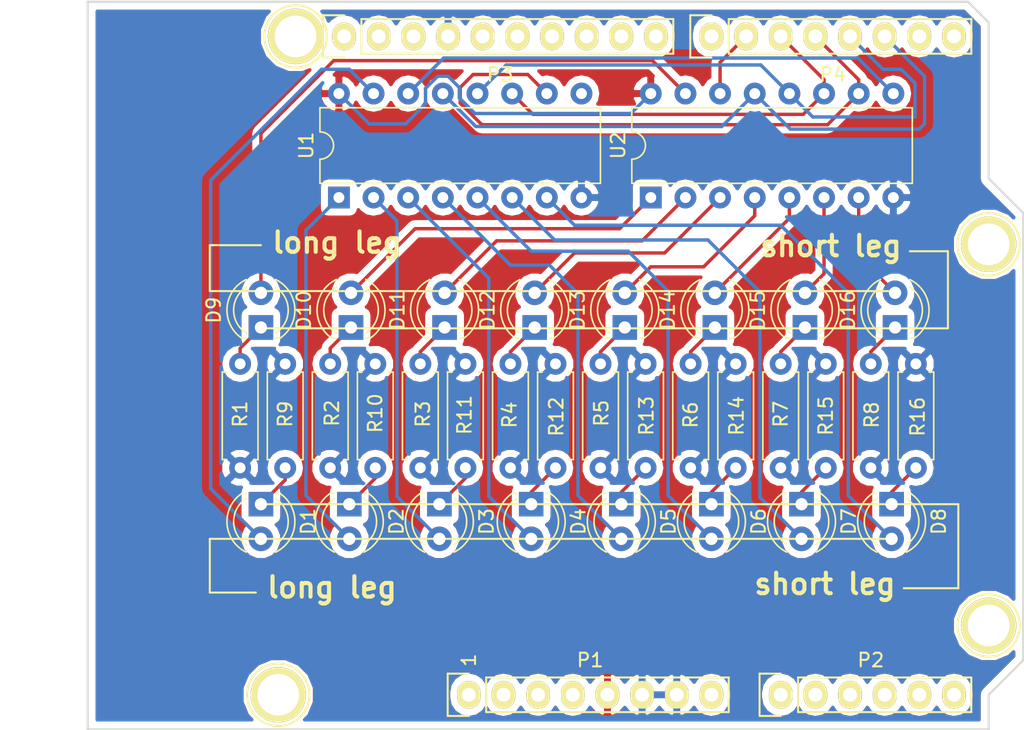
<source format=kicad_pcb>
(kicad_pcb (version 20171130) (host pcbnew "(5.1.12)-1")
  (title_block (title "ELEC-0122 shift register LED demo PCB") (date 2017-02-14) (rev 2) (company Marginallyclever.com) (comment 1 "Dan Royer (dan@marginallyclever.com)"))
  (layers (0 F.Cu signal) (31 B.Cu signal) (34 B.Paste user) (35 F.Paste user) (36 B.SilkS user) (37 F.SilkS user) (38 B.Mask user) (39 F.Mask user) (44 Edge.Cuts user))
  (net 0 "")
  (net 1 /IOREF)
  (net 2 /Reset)
  (net 3 +5V)
  (net 4 GND)
  (net 5 /Vin)
  (net 6 /A0)
  (net 7 /A1)
  (net 8 /A2)
  (net 9 /A3)
  (net 10 /AREF)
  (net 11 "/A4(SDA)")
  (net 12 "/A5(SCL)")
  (net 13 "/9(**)")
  (net 14 /8)
  (net 15 /7)
  (net 16 "/6(**)")
  (net 17 "/5(**)")
  (net 18 /4)
  (net 19 "/3(**)")
  (net 20 /2)
  (net 21 "/1(Tx)")
  (net 22 "/0(Rx)")
  (net 23 "Net-(P5-Pad1)")
  (net 24 "Net-(P6-Pad1)")
  (net 25 "Net-(P7-Pad1)")
  (net 26 "Net-(P8-Pad1)")
  (net 27 "/13(SCK)")
  (net 28 "/10(**/SS)")
  (net 29 "Net-(P1-Pad1)")
  (net 30 +3V3)
  (net 31 "/12(MISO)")
  (net 32 "/11(**/MOSI)")
  (net 33 "Net-(D1-Pad1)")
  (net 34 "Net-(D1-Pad2)")
  (net 35 "Net-(D2-Pad1)")
  (net 36 "Net-(D2-Pad2)")
  (net 37 "Net-(D3-Pad1)")
  (net 38 "Net-(D3-Pad2)")
  (net 39 "Net-(D4-Pad1)")
  (net 40 "Net-(D4-Pad2)")
  (net 41 "Net-(D5-Pad1)")
  (net 42 "Net-(D5-Pad2)")
  (net 43 "Net-(D6-Pad1)")
  (net 44 "Net-(D6-Pad2)")
  (net 45 "Net-(D7-Pad1)")
  (net 46 "Net-(D7-Pad2)")
  (net 47 "Net-(D8-Pad1)")
  (net 48 "Net-(D8-Pad2)")
  (net 49 "/A5_2(SCL)")
  (net 50 "/A4_2(SDA)")
  (net 51 "Net-(U1-Pad9)")
  (net 52 "Net-(D9-Pad1)")
  (net 53 "Net-(D9-Pad2)")
  (net 54 "Net-(D10-Pad1)")
  (net 55 "Net-(D10-Pad2)")
  (net 56 "Net-(D11-Pad1)")
  (net 57 "Net-(D11-Pad2)")
  (net 58 "Net-(D12-Pad1)")
  (net 59 "Net-(D12-Pad2)")
  (net 60 "Net-(D13-Pad1)")
  (net 61 "Net-(D13-Pad2)")
  (net 62 "Net-(D14-Pad1)")
  (net 63 "Net-(D14-Pad2)")
  (net 64 "Net-(D15-Pad1)")
  (net 65 "Net-(D15-Pad2)")
  (net 66 "Net-(D16-Pad1)")
  (net 67 "Net-(D16-Pad2)")
  (net 68 "Net-(U1-Pad14)")
  (module LEDs:LED_D4.0mm (layer F.Cu) (at 150.368 96.901 90)
    (fp_text reference D13 (at 1.27 -3.46 90) (layer F.SilkS))
    (fp_text value LED)
    (pad 1 thru_hole rect (at 0 0 90) (size 1.8 1.8) (drill 0.9) (layers *.Cu *.Mask) (net 41 "Net-(D5-Pad1)"))
    (pad 2 thru_hole circle (at 2.54 0 90) (size 1.8 1.8) (drill 0.9) (layers *.Cu *.Mask) (net 42 "Net-(D5-Pad2)"))
  )
  (module LEDs:LED_D4.0mm (layer F.Cu) (at 123.698 109.855 270)
    (fp_text reference D1 (at 1.27 -3.46 270) (layer F.SilkS))
    (fp_text value LED)
    (pad 1 thru_hole rect (at 0 0 270) (size 1.8 1.8) (drill 0.9) (layers *.Cu *.Mask) (net 52 "Net-(D9-Pad1)"))
    (pad 2 thru_hole circle (at 2.54 0 270) (size 1.8 1.8) (drill 0.9) (layers *.Cu *.Mask) (net 53 "Net-(D9-Pad2)"))
  )
  (module Housings_DIP:DIP-16_W7.62mm (layer F.Cu) (at 129.413 87.376 90)
    (fp_text reference U1 (at 3.81 -2.39 90) (layer F.SilkS))
    (fp_text value 74HC595)
    (pad 1 thru_hole rect (at 0 0 90) (size 1.6 1.6) (drill 0.8) (layers *.Cu *.Mask) (net 55 "Net-(D10-Pad2)"))
    (pad 9 thru_hole oval (at 7.62 17.78 90) (size 1.6 1.6) (drill 0.8) (layers *.Cu *.Mask) (net 51 "Net-(U1-Pad9)"))
    (pad 2 thru_hole oval (at 0 2.54 90) (size 1.6 1.6) (drill 0.8) (layers *.Cu *.Mask) (net 57 "Net-(D11-Pad2)"))
    (pad 10 thru_hole oval (at 7.62 15.24 90) (size 1.6 1.6) (drill 0.8) (layers *.Cu *.Mask) (net 18 /4))
    (pad 3 thru_hole oval (at 0 5.08 90) (size 1.6 1.6) (drill 0.8) (layers *.Cu *.Mask) (net 59 "Net-(D12-Pad2)"))
    (pad 11 thru_hole oval (at 7.62 12.7 90) (size 1.6 1.6) (drill 0.8) (layers *.Cu *.Mask) (net 17 "/5(**)"))
    (pad 4 thru_hole oval (at 0 7.62 90) (size 1.6 1.6) (drill 0.8) (layers *.Cu *.Mask) (net 61 "Net-(D13-Pad2)"))
    (pad 12 thru_hole oval (at 7.62 10.16 90) (size 1.6 1.6) (drill 0.8) (layers *.Cu *.Mask) (net 19 "/3(**)"))
    (pad 5 thru_hole oval (at 0 10.16 90) (size 1.6 1.6) (drill 0.8) (layers *.Cu *.Mask) (net 63 "Net-(D14-Pad2)"))
    (pad 13 thru_hole oval (at 7.62 7.62 90) (size 1.6 1.6) (drill 0.8) (layers *.Cu *.Mask) (net 20 /2))
    (pad 6 thru_hole oval (at 0 12.7 90) (size 1.6 1.6) (drill 0.8) (layers *.Cu *.Mask) (net 65 "Net-(D15-Pad2)"))
    (pad 14 thru_hole oval (at 7.62 5.08 90) (size 1.6 1.6) (drill 0.8) (layers *.Cu *.Mask) (net 68 "Net-(U1-Pad14)"))
    (pad 7 thru_hole oval (at 0 15.24 90) (size 1.6 1.6) (drill 0.8) (layers *.Cu *.Mask) (net 67 "Net-(D16-Pad2)"))
    (pad 15 thru_hole oval (at 7.62 2.54 90) (size 1.6 1.6) (drill 0.8) (layers *.Cu *.Mask) (net 53 "Net-(D9-Pad2)"))
    (pad 8 thru_hole oval (at 0 17.78 90) (size 1.6 1.6) (drill 0.8) (layers *.Cu *.Mask) (net 4 GND))
    (pad 16 thru_hole oval (at 7.62 0 90) (size 1.6 1.6) (drill 0.8) (layers *.Cu *.Mask) (net 3 +5V))
  )
  (module Resistors_ThroughHole:R_Axial_DIN0207_L6.3mm_D2.5mm_P7.62mm_Horizontal (layer F.Cu) (at 122.174 107.188 90)
    (fp_text reference R1 (at 3.937 0 90) (layer F.SilkS))
    (fp_text value 220)
    (pad 1 thru_hole circle (at 0 0 90) (size 1.6 1.6) (drill 0.8) (layers *.Cu *.Mask) (net 4 GND))
    (pad 2 thru_hole oval (at 7.62 0 90) (size 1.6 1.6) (drill 0.8) (layers *.Cu *.Mask) (net 33 "Net-(D1-Pad1)"))
  )
  (module Socket_Arduino_Uno:Socket_Strip_Arduino_1x08 (layer F.Cu) (at 138.938 123.825)
    (fp_text reference P1 (at 8.89 -2.54) (layer F.SilkS))
    (fp_text value Power)
    (pad 1 thru_hole oval (at 0 0) (size 1.7272 2.032) (drill 1.016) (layers *.Cu *.Mask F.SilkS) (net 29 "Net-(P1-Pad1)"))
    (pad 2 thru_hole oval (at 2.54 0) (size 1.7272 2.032) (drill 1.016) (layers *.Cu *.Mask F.SilkS) (net 1 /IOREF))
    (pad 3 thru_hole oval (at 5.08 0) (size 1.7272 2.032) (drill 1.016) (layers *.Cu *.Mask F.SilkS) (net 2 /Reset))
    (pad 4 thru_hole oval (at 7.62 0) (size 1.7272 2.032) (drill 1.016) (layers *.Cu *.Mask F.SilkS) (net 30 +3V3))
    (pad 5 thru_hole oval (at 10.16 0) (size 1.7272 2.032) (drill 1.016) (layers *.Cu *.Mask F.SilkS) (net 3 +5V))
    (pad 6 thru_hole oval (at 12.7 0) (size 1.7272 2.032) (drill 1.016) (layers *.Cu *.Mask F.SilkS) (net 4 GND))
    (pad 7 thru_hole oval (at 15.24 0) (size 1.7272 2.032) (drill 1.016) (layers *.Cu *.Mask F.SilkS) (net 4 GND))
    (pad 8 thru_hole oval (at 17.78 0) (size 1.7272 2.032) (drill 1.016) (layers *.Cu *.Mask F.SilkS) (net 5 /Vin))
  )
  (module Socket_Arduino_Uno:Socket_Strip_Arduino_1x06 (layer F.Cu) (at 161.798 123.825)
    (fp_text reference P2 (at 6.604 -2.54) (layer F.SilkS))
    (fp_text value Analog)
    (pad 1 thru_hole oval (at 0 0) (size 1.7272 2.032) (drill 1.016) (layers *.Cu *.Mask F.SilkS) (net 6 /A0))
    (pad 2 thru_hole oval (at 2.54 0) (size 1.7272 2.032) (drill 1.016) (layers *.Cu *.Mask F.SilkS) (net 7 /A1))
    (pad 3 thru_hole oval (at 5.08 0) (size 1.7272 2.032) (drill 1.016) (layers *.Cu *.Mask F.SilkS) (net 8 /A2))
    (pad 4 thru_hole oval (at 7.62 0) (size 1.7272 2.032) (drill 1.016) (layers *.Cu *.Mask F.SilkS) (net 9 /A3))
    (pad 5 thru_hole oval (at 10.16 0) (size 1.7272 2.032) (drill 1.016) (layers *.Cu *.Mask F.SilkS) (net 11 "/A4(SDA)"))
    (pad 6 thru_hole oval (at 12.7 0) (size 1.7272 2.032) (drill 1.016) (layers *.Cu *.Mask F.SilkS) (net 12 "/A5(SCL)"))
  )
  (module Socket_Arduino_Uno:Socket_Strip_Arduino_1x10 (layer F.Cu) (at 129.794 75.565)
    (fp_text reference P3 (at 11.43 2.794) (layer F.SilkS))
    (fp_text value Digital)
    (pad 1 thru_hole oval (at 0 0) (size 1.7272 2.032) (drill 1.016) (layers *.Cu *.Mask F.SilkS) (net 49 "/A5_2(SCL)"))
    (pad 2 thru_hole oval (at 2.54 0) (size 1.7272 2.032) (drill 1.016) (layers *.Cu *.Mask F.SilkS) (net 50 "/A4_2(SDA)"))
    (pad 3 thru_hole oval (at 5.08 0) (size 1.7272 2.032) (drill 1.016) (layers *.Cu *.Mask F.SilkS) (net 10 /AREF))
    (pad 4 thru_hole oval (at 7.62 0) (size 1.7272 2.032) (drill 1.016) (layers *.Cu *.Mask F.SilkS) (net 4 GND))
    (pad 5 thru_hole oval (at 10.16 0) (size 1.7272 2.032) (drill 1.016) (layers *.Cu *.Mask F.SilkS) (net 27 "/13(SCK)"))
    (pad 6 thru_hole oval (at 12.7 0) (size 1.7272 2.032) (drill 1.016) (layers *.Cu *.Mask F.SilkS) (net 31 "/12(MISO)"))
    (pad 7 thru_hole oval (at 15.24 0) (size 1.7272 2.032) (drill 1.016) (layers *.Cu *.Mask F.SilkS) (net 32 "/11(**/MOSI)"))
    (pad 8 thru_hole oval (at 17.78 0) (size 1.7272 2.032) (drill 1.016) (layers *.Cu *.Mask F.SilkS) (net 28 "/10(**/SS)"))
    (pad 9 thru_hole oval (at 20.32 0) (size 1.7272 2.032) (drill 1.016) (layers *.Cu *.Mask F.SilkS) (net 13 "/9(**)"))
    (pad 10 thru_hole oval (at 22.86 0) (size 1.7272 2.032) (drill 1.016) (layers *.Cu *.Mask F.SilkS) (net 14 /8))
  )
  (module Socket_Arduino_Uno:Socket_Strip_Arduino_1x08 (layer F.Cu) (at 156.718 75.565)
    (fp_text reference P4 (at 8.89 2.794) (layer F.SilkS))
    (fp_text value Digital)
    (pad 1 thru_hole oval (at 0 0) (size 1.7272 2.032) (drill 1.016) (layers *.Cu *.Mask F.SilkS) (net 15 /7))
    (pad 2 thru_hole oval (at 2.54 0) (size 1.7272 2.032) (drill 1.016) (layers *.Cu *.Mask F.SilkS) (net 16 "/6(**)"))
    (pad 3 thru_hole oval (at 5.08 0) (size 1.7272 2.032) (drill 1.016) (layers *.Cu *.Mask F.SilkS) (net 17 "/5(**)"))
    (pad 4 thru_hole oval (at 7.62 0) (size 1.7272 2.032) (drill 1.016) (layers *.Cu *.Mask F.SilkS) (net 18 /4))
    (pad 5 thru_hole oval (at 10.16 0) (size 1.7272 2.032) (drill 1.016) (layers *.Cu *.Mask F.SilkS) (net 19 "/3(**)"))
    (pad 6 thru_hole oval (at 12.7 0) (size 1.7272 2.032) (drill 1.016) (layers *.Cu *.Mask F.SilkS) (net 20 /2))
    (pad 7 thru_hole oval (at 15.24 0) (size 1.7272 2.032) (drill 1.016) (layers *.Cu *.Mask F.SilkS) (net 21 "/1(Tx)"))
    (pad 8 thru_hole oval (at 17.78 0) (size 1.7272 2.032) (drill 1.016) (layers *.Cu *.Mask F.SilkS) (net 22 "/0(Rx)"))
  )
  (module Socket_Arduino_Uno:Arduino_1pin (layer F.Cu) (at 124.968 123.825)
    (fp_text reference P5 hide)
    (fp_text value CONN_1 hide)
    (pad 1 thru_hole circle (at 0 0) (size 4.064 4.064) (drill 3.048) (layers *.Cu *.Mask F.SilkS) (net 23 "Net-(P5-Pad1)"))
  )
  (module Socket_Arduino_Uno:Arduino_1pin (layer F.Cu) (at 177.038 118.745)
    (fp_text reference P6 hide)
    (fp_text value CONN_1 hide)
    (pad 1 thru_hole circle (at 0 0) (size 4.064 4.064) (drill 3.048) (layers *.Cu *.Mask F.SilkS) (net 24 "Net-(P6-Pad1)"))
  )
  (module Socket_Arduino_Uno:Arduino_1pin (layer F.Cu) (at 126.238 75.565)
    (fp_text reference P7 hide)
    (fp_text value CONN_1 hide)
    (pad 1 thru_hole circle (at 0 0) (size 4.064 4.064) (drill 3.048) (layers *.Cu *.Mask F.SilkS) (net 25 "Net-(P7-Pad1)"))
  )
  (module Socket_Arduino_Uno:Arduino_1pin (layer F.Cu) (at 177.038 90.805)
    (fp_text reference P8 hide)
    (fp_text value CONN_1 hide)
    (pad 1 thru_hole circle (at 0 0) (size 4.064 4.064) (drill 3.048) (layers *.Cu *.Mask F.SilkS) (net 26 "Net-(P8-Pad1)"))
  )
  (module LEDs:LED_D4.0mm (layer F.Cu) (at 123.698 96.901 90)
    (fp_text reference D9 (at 1.27 -3.46 90) (layer F.SilkS))
    (fp_text value LED)
    (pad 1 thru_hole rect (at 0 0 90) (size 1.8 1.8) (drill 0.9) (layers *.Cu *.Mask) (net 33 "Net-(D1-Pad1)"))
    (pad 2 thru_hole circle (at 2.54 0 90) (size 1.8 1.8) (drill 0.9) (layers *.Cu *.Mask) (net 34 "Net-(D1-Pad2)"))
  )
  (module LEDs:LED_D4.0mm (layer F.Cu) (at 130.302 96.901 90)
    (fp_text reference D10 (at 1.27 -3.46 90) (layer F.SilkS))
    (fp_text value LED)
    (pad 1 thru_hole rect (at 0 0 90) (size 1.8 1.8) (drill 0.9) (layers *.Cu *.Mask) (net 35 "Net-(D2-Pad1)"))
    (pad 2 thru_hole circle (at 2.54 0 90) (size 1.8 1.8) (drill 0.9) (layers *.Cu *.Mask) (net 36 "Net-(D2-Pad2)"))
  )
  (module LEDs:LED_D4.0mm (layer F.Cu) (at 137.16 96.901 90)
    (fp_text reference D11 (at 1.27 -3.46 90) (layer F.SilkS))
    (fp_text value LED)
    (pad 1 thru_hole rect (at 0 0 90) (size 1.8 1.8) (drill 0.9) (layers *.Cu *.Mask) (net 37 "Net-(D3-Pad1)"))
    (pad 2 thru_hole circle (at 2.54 0 90) (size 1.8 1.8) (drill 0.9) (layers *.Cu *.Mask) (net 38 "Net-(D3-Pad2)"))
  )
  (module LEDs:LED_D4.0mm (layer F.Cu) (at 143.764 96.901 90)
    (fp_text reference D12 (at 1.27 -3.46 90) (layer F.SilkS))
    (fp_text value LED)
    (pad 1 thru_hole rect (at 0 0 90) (size 1.8 1.8) (drill 0.9) (layers *.Cu *.Mask) (net 39 "Net-(D4-Pad1)"))
    (pad 2 thru_hole circle (at 2.54 0 90) (size 1.8 1.8) (drill 0.9) (layers *.Cu *.Mask) (net 40 "Net-(D4-Pad2)"))
  )
  (module LEDs:LED_D4.0mm (layer F.Cu) (at 156.972 96.901 90)
    (fp_text reference D14 (at 1.27 -3.46 90) (layer F.SilkS))
    (fp_text value LED)
    (pad 1 thru_hole rect (at 0 0 90) (size 1.8 1.8) (drill 0.9) (layers *.Cu *.Mask) (net 43 "Net-(D6-Pad1)"))
    (pad 2 thru_hole circle (at 2.54 0 90) (size 1.8 1.8) (drill 0.9) (layers *.Cu *.Mask) (net 44 "Net-(D6-Pad2)"))
  )
  (module LEDs:LED_D4.0mm (layer F.Cu) (at 163.576 96.901 90)
    (fp_text reference D15 (at 1.27 -3.46 90) (layer F.SilkS))
    (fp_text value LED)
    (pad 1 thru_hole rect (at 0 0 90) (size 1.8 1.8) (drill 0.9) (layers *.Cu *.Mask) (net 45 "Net-(D7-Pad1)"))
    (pad 2 thru_hole circle (at 2.54 0 90) (size 1.8 1.8) (drill 0.9) (layers *.Cu *.Mask) (net 46 "Net-(D7-Pad2)"))
  )
  (module LEDs:LED_D4.0mm (layer F.Cu) (at 170.18 96.901 90)
    (fp_text reference D16 (at 1.27 -3.46 90) (layer F.SilkS))
    (fp_text value LED)
    (pad 1 thru_hole rect (at 0 0 90) (size 1.8 1.8) (drill 0.9) (layers *.Cu *.Mask) (net 47 "Net-(D8-Pad1)"))
    (pad 2 thru_hole circle (at 2.54 0 90) (size 1.8 1.8) (drill 0.9) (layers *.Cu *.Mask) (net 48 "Net-(D8-Pad2)"))
  )
  (module Resistors_ThroughHole:R_Axial_DIN0207_L6.3mm_D2.5mm_P7.62mm_Horizontal (layer F.Cu) (at 128.778 107.188 90)
    (fp_text reference R2 (at 4.0005 0.127 90) (layer F.SilkS))
    (fp_text value 220)
    (pad 1 thru_hole circle (at 0 0 90) (size 1.6 1.6) (drill 0.8) (layers *.Cu *.Mask) (net 4 GND))
    (pad 2 thru_hole oval (at 7.62 0 90) (size 1.6 1.6) (drill 0.8) (layers *.Cu *.Mask) (net 35 "Net-(D2-Pad1)"))
  )
  (module Resistors_ThroughHole:R_Axial_DIN0207_L6.3mm_D2.5mm_P7.62mm_Horizontal (layer F.Cu) (at 135.382 107.188 90)
    (fp_text reference R3 (at 3.937 0.1905 90) (layer F.SilkS))
    (fp_text value 220)
    (pad 1 thru_hole circle (at 0 0 90) (size 1.6 1.6) (drill 0.8) (layers *.Cu *.Mask) (net 4 GND))
    (pad 2 thru_hole oval (at 7.62 0 90) (size 1.6 1.6) (drill 0.8) (layers *.Cu *.Mask) (net 37 "Net-(D3-Pad1)"))
  )
  (module Resistors_ThroughHole:R_Axial_DIN0207_L6.3mm_D2.5mm_P7.62mm_Horizontal (layer F.Cu) (at 141.986 107.188 90)
    (fp_text reference R4 (at 3.8735 -0.0635 90) (layer F.SilkS))
    (fp_text value 220)
    (pad 1 thru_hole circle (at 0 0 90) (size 1.6 1.6) (drill 0.8) (layers *.Cu *.Mask) (net 4 GND))
    (pad 2 thru_hole oval (at 7.62 0 90) (size 1.6 1.6) (drill 0.8) (layers *.Cu *.Mask) (net 39 "Net-(D4-Pad1)"))
  )
  (module Resistors_ThroughHole:R_Axial_DIN0207_L6.3mm_D2.5mm_P7.62mm_Horizontal (layer F.Cu) (at 148.59 107.188 90)
    (fp_text reference R5 (at 4.0005 0.0635 90) (layer F.SilkS))
    (fp_text value 220)
    (pad 1 thru_hole circle (at 0 0 90) (size 1.6 1.6) (drill 0.8) (layers *.Cu *.Mask) (net 4 GND))
    (pad 2 thru_hole oval (at 7.62 0 90) (size 1.6 1.6) (drill 0.8) (layers *.Cu *.Mask) (net 41 "Net-(D5-Pad1)"))
  )
  (module Resistors_ThroughHole:R_Axial_DIN0207_L6.3mm_D2.5mm_P7.62mm_Horizontal (layer F.Cu) (at 155.194 107.188 90)
    (fp_text reference R6 (at 3.8735 0 90) (layer F.SilkS))
    (fp_text value 220)
    (pad 1 thru_hole circle (at 0 0 90) (size 1.6 1.6) (drill 0.8) (layers *.Cu *.Mask) (net 4 GND))
    (pad 2 thru_hole oval (at 7.62 0 90) (size 1.6 1.6) (drill 0.8) (layers *.Cu *.Mask) (net 43 "Net-(D6-Pad1)"))
  )
  (module Resistors_ThroughHole:R_Axial_DIN0207_L6.3mm_D2.5mm_P7.62mm_Horizontal (layer F.Cu) (at 161.798 107.188 90)
    (fp_text reference R7 (at 3.937 0 90) (layer F.SilkS))
    (fp_text value 220)
    (pad 1 thru_hole circle (at 0 0 90) (size 1.6 1.6) (drill 0.8) (layers *.Cu *.Mask) (net 4 GND))
    (pad 2 thru_hole oval (at 7.62 0 90) (size 1.6 1.6) (drill 0.8) (layers *.Cu *.Mask) (net 45 "Net-(D7-Pad1)"))
  )
  (module Resistors_ThroughHole:R_Axial_DIN0207_L6.3mm_D2.5mm_P7.62mm_Horizontal (layer F.Cu) (at 168.402 107.188 90)
    (fp_text reference R8 (at 3.8735 0.0635 90) (layer F.SilkS))
    (fp_text value 220)
    (pad 1 thru_hole circle (at 0 0 90) (size 1.6 1.6) (drill 0.8) (layers *.Cu *.Mask) (net 4 GND))
    (pad 2 thru_hole oval (at 7.62 0 90) (size 1.6 1.6) (drill 0.8) (layers *.Cu *.Mask) (net 47 "Net-(D8-Pad1)"))
  )
  (module LEDs:LED_D4.0mm (layer F.Cu) (at 130.175 109.855 270)
    (fp_text reference D2 (at 1.27 -3.46 270) (layer F.SilkS))
    (fp_text value LED)
    (pad 1 thru_hole rect (at 0 0 270) (size 1.8 1.8) (drill 0.9) (layers *.Cu *.Mask) (net 54 "Net-(D10-Pad1)"))
    (pad 2 thru_hole circle (at 2.54 0 270) (size 1.8 1.8) (drill 0.9) (layers *.Cu *.Mask) (net 55 "Net-(D10-Pad2)"))
  )
  (module LEDs:LED_D4.0mm (layer F.Cu) (at 136.779 109.855 270)
    (fp_text reference D3 (at 1.27 -3.46 270) (layer F.SilkS))
    (fp_text value LED)
    (pad 1 thru_hole rect (at 0 0 270) (size 1.8 1.8) (drill 0.9) (layers *.Cu *.Mask) (net 56 "Net-(D11-Pad1)"))
    (pad 2 thru_hole circle (at 2.54 0 270) (size 1.8 1.8) (drill 0.9) (layers *.Cu *.Mask) (net 57 "Net-(D11-Pad2)"))
  )
  (module LEDs:LED_D4.0mm (layer F.Cu) (at 143.51 109.855 270)
    (fp_text reference D4 (at 1.27 -3.46 270) (layer F.SilkS))
    (fp_text value LED)
    (pad 1 thru_hole rect (at 0 0 270) (size 1.8 1.8) (drill 0.9) (layers *.Cu *.Mask) (net 58 "Net-(D12-Pad1)"))
    (pad 2 thru_hole circle (at 2.54 0 270) (size 1.8 1.8) (drill 0.9) (layers *.Cu *.Mask) (net 59 "Net-(D12-Pad2)"))
  )
  (module LEDs:LED_D4.0mm (layer F.Cu) (at 150.114 109.855 270)
    (fp_text reference D5 (at 1.27 -3.46 270) (layer F.SilkS))
    (fp_text value LED)
    (pad 1 thru_hole rect (at 0 0 270) (size 1.8 1.8) (drill 0.9) (layers *.Cu *.Mask) (net 60 "Net-(D13-Pad1)"))
    (pad 2 thru_hole circle (at 2.54 0 270) (size 1.8 1.8) (drill 0.9) (layers *.Cu *.Mask) (net 61 "Net-(D13-Pad2)"))
  )
  (module LEDs:LED_D4.0mm (layer F.Cu) (at 156.718 109.855 270)
    (fp_text reference D6 (at 1.27 -3.46 270) (layer F.SilkS))
    (fp_text value LED)
    (pad 1 thru_hole rect (at 0 0 270) (size 1.8 1.8) (drill 0.9) (layers *.Cu *.Mask) (net 62 "Net-(D14-Pad1)"))
    (pad 2 thru_hole circle (at 2.54 0 270) (size 1.8 1.8) (drill 0.9) (layers *.Cu *.Mask) (net 63 "Net-(D14-Pad2)"))
  )
  (module LEDs:LED_D4.0mm (layer F.Cu) (at 163.322 109.855 270)
    (fp_text reference D7 (at 1.27 -3.46 270) (layer F.SilkS))
    (fp_text value LED)
    (pad 1 thru_hole rect (at 0 0 270) (size 1.8 1.8) (drill 0.9) (layers *.Cu *.Mask) (net 64 "Net-(D15-Pad1)"))
    (pad 2 thru_hole circle (at 2.54 0 270) (size 1.8 1.8) (drill 0.9) (layers *.Cu *.Mask) (net 65 "Net-(D15-Pad2)"))
  )
  (module LEDs:LED_D4.0mm (layer F.Cu) (at 169.926 109.855 270)
    (fp_text reference D8 (at 1.27 -3.46 270) (layer F.SilkS))
    (fp_text value LED)
    (pad 1 thru_hole rect (at 0 0 270) (size 1.8 1.8) (drill 0.9) (layers *.Cu *.Mask) (net 66 "Net-(D16-Pad1)"))
    (pad 2 thru_hole circle (at 2.54 0 270) (size 1.8 1.8) (drill 0.9) (layers *.Cu *.Mask) (net 67 "Net-(D16-Pad2)"))
  )
  (module Resistors_ThroughHole:R_Axial_DIN0207_L6.3mm_D2.5mm_P7.62mm_Horizontal (layer F.Cu) (at 125.476 99.568 270)
    (fp_text reference R9 (at 3.683 0 270) (layer F.SilkS))
    (fp_text value 220)
    (pad 1 thru_hole circle (at 0 0 270) (size 1.6 1.6) (drill 0.8) (layers *.Cu *.Mask) (net 4 GND))
    (pad 2 thru_hole oval (at 7.62 0 270) (size 1.6 1.6) (drill 0.8) (layers *.Cu *.Mask) (net 52 "Net-(D9-Pad1)"))
  )
  (module Resistors_ThroughHole:R_Axial_DIN0207_L6.3mm_D2.5mm_P7.62mm_Horizontal (layer F.Cu) (at 132.08 99.568 270)
    (fp_text reference R10 (at 3.6195 0 270) (layer F.SilkS))
    (fp_text value 220)
    (pad 1 thru_hole circle (at 0 0 270) (size 1.6 1.6) (drill 0.8) (layers *.Cu *.Mask) (net 4 GND))
    (pad 2 thru_hole oval (at 7.62 0 270) (size 1.6 1.6) (drill 0.8) (layers *.Cu *.Mask) (net 54 "Net-(D10-Pad1)"))
  )
  (module Resistors_ThroughHole:R_Axial_DIN0207_L6.3mm_D2.5mm_P7.62mm_Horizontal (layer F.Cu) (at 138.684 99.568 270)
    (fp_text reference R11 (at 3.7465 0.0635 270) (layer F.SilkS))
    (fp_text value 220)
    (pad 1 thru_hole circle (at 0 0 270) (size 1.6 1.6) (drill 0.8) (layers *.Cu *.Mask) (net 4 GND))
    (pad 2 thru_hole oval (at 7.62 0 270) (size 1.6 1.6) (drill 0.8) (layers *.Cu *.Mask) (net 56 "Net-(D11-Pad1)"))
  )
  (module Resistors_ThroughHole:R_Axial_DIN0207_L6.3mm_D2.5mm_P7.62mm_Horizontal (layer F.Cu) (at 145.288 99.568 270)
    (fp_text reference R12 (at 3.8735 -0.0635 270) (layer F.SilkS))
    (fp_text value 220)
    (pad 1 thru_hole circle (at 0 0 270) (size 1.6 1.6) (drill 0.8) (layers *.Cu *.Mask) (net 4 GND))
    (pad 2 thru_hole oval (at 7.62 0 270) (size 1.6 1.6) (drill 0.8) (layers *.Cu *.Mask) (net 58 "Net-(D12-Pad1)"))
  )
  (module Resistors_ThroughHole:R_Axial_DIN0207_L6.3mm_D2.5mm_P7.62mm_Horizontal (layer F.Cu) (at 151.892 99.568 270)
    (fp_text reference R13 (at 3.81 -0.0635 270) (layer F.SilkS))
    (fp_text value 220)
    (pad 1 thru_hole circle (at 0 0 270) (size 1.6 1.6) (drill 0.8) (layers *.Cu *.Mask) (net 4 GND))
    (pad 2 thru_hole oval (at 7.62 0 270) (size 1.6 1.6) (drill 0.8) (layers *.Cu *.Mask) (net 60 "Net-(D13-Pad1)"))
  )
  (module Resistors_ThroughHole:R_Axial_DIN0207_L6.3mm_D2.5mm_P7.62mm_Horizontal (layer F.Cu) (at 158.496 99.568 270)
    (fp_text reference R14 (at 3.81 -0.0635 270) (layer F.SilkS))
    (fp_text value 220)
    (pad 1 thru_hole circle (at 0 0 270) (size 1.6 1.6) (drill 0.8) (layers *.Cu *.Mask) (net 4 GND))
    (pad 2 thru_hole oval (at 7.62 0 270) (size 1.6 1.6) (drill 0.8) (layers *.Cu *.Mask) (net 62 "Net-(D14-Pad1)"))
  )
  (module Resistors_ThroughHole:R_Axial_DIN0207_L6.3mm_D2.5mm_P7.62mm_Horizontal (layer F.Cu) (at 165.1 99.568 270)
    (fp_text reference R15 (at 3.81 0 270) (layer F.SilkS))
    (fp_text value 220)
    (pad 1 thru_hole circle (at 0 0 270) (size 1.6 1.6) (drill 0.8) (layers *.Cu *.Mask) (net 4 GND))
    (pad 2 thru_hole oval (at 7.62 0 270) (size 1.6 1.6) (drill 0.8) (layers *.Cu *.Mask) (net 64 "Net-(D15-Pad1)"))
  )
  (module Resistors_ThroughHole:R_Axial_DIN0207_L6.3mm_D2.5mm_P7.62mm_Horizontal (layer F.Cu) (at 171.704 99.568 270)
    (fp_text reference R16 (at 3.8735 -0.127 270) (layer F.SilkS))
    (fp_text value 220)
    (pad 1 thru_hole circle (at 0 0 270) (size 1.6 1.6) (drill 0.8) (layers *.Cu *.Mask) (net 4 GND))
    (pad 2 thru_hole oval (at 7.62 0 270) (size 1.6 1.6) (drill 0.8) (layers *.Cu *.Mask) (net 66 "Net-(D16-Pad1)"))
  )
  (module Housings_DIP:DIP-16_W7.62mm (layer F.Cu) (at 152.273 87.376 90)
    (fp_text reference U2 (at 3.81 -2.39 90) (layer F.SilkS))
    (fp_text value 74HC595)
    (pad 1 thru_hole rect (at 0 0 90) (size 1.6 1.6) (drill 0.8) (layers *.Cu *.Mask) (net 36 "Net-(D2-Pad2)"))
    (pad 9 thru_hole oval (at 7.62 17.78 90) (size 1.6 1.6) (drill 0.8) (layers *.Cu *.Mask) (net 68 "Net-(U1-Pad14)"))
    (pad 2 thru_hole oval (at 0 2.54 90) (size 1.6 1.6) (drill 0.8) (layers *.Cu *.Mask) (net 38 "Net-(D3-Pad2)"))
    (pad 10 thru_hole oval (at 7.62 15.24 90) (size 1.6 1.6) (drill 0.8) (layers *.Cu *.Mask) (net 18 /4))
    (pad 3 thru_hole oval (at 0 5.08 90) (size 1.6 1.6) (drill 0.8) (layers *.Cu *.Mask) (net 40 "Net-(D4-Pad2)"))
    (pad 11 thru_hole oval (at 7.62 12.7 90) (size 1.6 1.6) (drill 0.8) (layers *.Cu *.Mask) (net 17 "/5(**)"))
    (pad 4 thru_hole oval (at 0 7.62 90) (size 1.6 1.6) (drill 0.8) (layers *.Cu *.Mask) (net 42 "Net-(D5-Pad2)"))
    (pad 12 thru_hole oval (at 7.62 10.16 90) (size 1.6 1.6) (drill 0.8) (layers *.Cu *.Mask) (net 19 "/3(**)"))
    (pad 5 thru_hole oval (at 0 10.16 90) (size 1.6 1.6) (drill 0.8) (layers *.Cu *.Mask) (net 44 "Net-(D6-Pad2)"))
    (pad 13 thru_hole oval (at 7.62 7.62 90) (size 1.6 1.6) (drill 0.8) (layers *.Cu *.Mask) (net 20 /2))
    (pad 6 thru_hole oval (at 0 12.7 90) (size 1.6 1.6) (drill 0.8) (layers *.Cu *.Mask) (net 46 "Net-(D7-Pad2)"))
    (pad 14 thru_hole oval (at 7.62 5.08 90) (size 1.6 1.6) (drill 0.8) (layers *.Cu *.Mask) (net 16 "/6(**)"))
    (pad 7 thru_hole oval (at 0 15.24 90) (size 1.6 1.6) (drill 0.8) (layers *.Cu *.Mask) (net 48 "Net-(D8-Pad2)"))
    (pad 15 thru_hole oval (at 7.62 2.54 90) (size 1.6 1.6) (drill 0.8) (layers *.Cu *.Mask) (net 34 "Net-(D1-Pad2)"))
    (pad 8 thru_hole oval (at 0 17.78 90) (size 1.6 1.6) (drill 0.8) (layers *.Cu *.Mask) (net 4 GND))
    (pad 16 thru_hole oval (at 7.62 0 90) (size 1.6 1.6) (drill 0.8) (layers *.Cu *.Mask) (net 3 +5V))
  )
  (gr_line (start 174.0535 91.313) (end 171.2595 91.313) (angle 90) (layer F.SilkS) (width 0.15))
  (gr_line (start 174.0535 96.9645) (end 174.0535 91.313) (angle 90) (layer F.SilkS) (width 0.15))
  (gr_line (start 123.6345 96.9645) (end 174.0535 96.9645) (angle 90) (layer F.SilkS) (width 0.15))
  (gr_line (start 119.9515 90.8685) (end 123.698 90.8685) (angle 90) (layer F.SilkS) (width 0.15))
  (gr_line (start 119.9515 94.234) (end 119.9515 90.8685) (angle 90) (layer F.SilkS) (width 0.15))
  (gr_line (start 170.18 94.234) (end 119.9515 94.234) (angle 90) (layer F.SilkS) (width 0.15))
  (gr_text "short leg" (at 165.481 90.932) (layer F.SilkS) (effects (font (size 1.5 1.5) (thickness 0.3))))
  (gr_text "long leg" (at 129.286 90.678) (layer F.SilkS) (effects (font (size 1.5 1.5) (thickness 0.3))))
  (gr_text "short leg" (at 165.0365 115.697) (layer F.SilkS) (effects (font (size 1.5 1.5) (thickness 0.3))))
  (gr_line (start 174.8155 116.0145) (end 170.815 116.0145) (angle 90) (layer F.SilkS) (width 0.15))
  (gr_line (start 174.8155 109.855) (end 174.8155 116.0145) (angle 90) (layer F.SilkS) (width 0.15))
  (gr_line (start 123.6345 109.855) (end 174.8155 109.855) (angle 90) (layer F.SilkS) (width 0.15))
  (gr_text "long leg" (at 128.905 115.951) (layer F.SilkS) (effects (font (size 1.5 1.5) (thickness 0.3))))
  (gr_line (start 123.317 116.332) (end 123.2535 116.332) (angle 90) (layer F.SilkS) (width 0.15))
  (gr_line (start 119.9515 116.332) (end 123.317 116.332) (angle 90) (layer F.SilkS) (width 0.15))
  (gr_line (start 119.9515 112.395) (end 119.9515 116.332) (angle 90) (layer F.SilkS) (width 0.15))
  (gr_line (start 169.8625 112.395) (end 119.9515 112.395) (angle 90) (layer F.SilkS) (width 0.15))
  (gr_text 1 (at 138.938 121.285 90) (layer F.SilkS) (effects (font (size 1 1))))
  (gr_line (start 177.038 74.549) (end 175.514 73.025) (angle 90) (layer Edge.Cuts) (width 0.15))
  (gr_line (start 177.038 85.979) (end 177.038 74.549) (angle 90) (layer Edge.Cuts) (width 0.15))
  (gr_line (start 179.578 88.519) (end 177.038 85.979) (angle 90) (layer Edge.Cuts) (width 0.15))
  (gr_line (start 179.578 121.285) (end 179.578 88.519) (angle 90) (layer Edge.Cuts) (width 0.15))
  (gr_line (start 177.038 123.825) (end 179.578 121.285) (angle 90) (layer Edge.Cuts) (width 0.15))
  (gr_line (start 177.038 126.365) (end 177.038 123.825) (angle 90) (layer Edge.Cuts) (width 0.15))
  (gr_line (start 110.998 126.365) (end 177.038 126.365) (angle 90) (layer Edge.Cuts) (width 0.15))
  (gr_line (start 110.998 73.025) (end 110.998 126.365) (angle 90) (layer Edge.Cuts) (width 0.15))
  (gr_line (start 175.514 73.025) (end 110.998 73.025) (angle 90) (layer Edge.Cuts) (width 0.15))
  (segment (start 129.413 79.756) (end 131.6355 81.9785) (width 0.25) (layer B.Cu) (net 3))
  (segment (start 150.8125 81.2165) (end 152.273 79.756) (width 0.25) (layer B.Cu) (net 3))
  (segment (start 139.3825 81.2165) (end 150.8125 81.2165) (width 0.25) (layer B.Cu) (net 3))
  (segment (start 138.2395 80.0735) (end 139.3825 81.2165) (width 0.25) (layer B.Cu) (net 3))
  (segment (start 138.2395 79.3115) (end 138.2395 80.0735) (width 0.25) (layer B.Cu) (net 3))
  (segment (start 137.414 78.486) (end 138.2395 79.3115) (width 0.25) (layer B.Cu) (net 3))
  (segment (start 136.652 78.486) (end 137.414 78.486) (width 0.25) (layer B.Cu) (net 3))
  (segment (start 135.763 79.375) (end 136.652 78.486) (width 0.25) (layer B.Cu) (net 3))
  (segment (start 135.763 80.518) (end 135.763 79.375) (width 0.25) (layer B.Cu) (net 3))
  (segment (start 134.3025 81.9785) (end 135.763 80.518) (width 0.25) (layer B.Cu) (net 3))
  (segment (start 131.6355 81.9785) (end 134.3025 81.9785) (width 0.25) (layer B.Cu) (net 3))
  (segment (start 159.258 75.565) (end 157.353 77.47) (width 0.25) (layer F.Cu) (net 16))
  (segment (start 157.353 77.47) (end 157.353 79.756) (width 0.25) (layer F.Cu) (net 16))
  (segment (start 142.113 79.756) (end 143.637 81.28) (width 0.25) (layer F.Cu) (net 17))
  (segment (start 163.449 81.28) (end 164.973 79.756) (width 0.25) (layer F.Cu) (net 17))
  (segment (start 143.637 81.28) (end 163.449 81.28) (width 0.25) (layer F.Cu) (net 17))
  (segment (start 161.798 75.565) (end 164.973 78.74) (width 0.25) (layer F.Cu) (net 17))
  (segment (start 164.973 78.74) (end 164.973 79.756) (width 0.25) (layer F.Cu) (net 17))
  (segment (start 144.653 79.756) (end 143.256 78.359) (width 0.25) (layer F.Cu) (net 18))
  (segment (start 165.227 82.042) (end 167.513 79.756) (width 0.25) (layer F.Cu) (net 18))
  (segment (start 139.8905 82.042) (end 165.227 82.042) (width 0.25) (layer F.Cu) (net 18))
  (segment (start 138.303 80.4545) (end 139.8905 82.042) (width 0.25) (layer F.Cu) (net 18))
  (segment (start 138.303 79.3115) (end 138.303 80.4545) (width 0.25) (layer F.Cu) (net 18))
  (segment (start 139.2555 78.359) (end 138.303 79.3115) (width 0.25) (layer F.Cu) (net 18))
  (segment (start 143.256 78.359) (end 139.2555 78.359) (width 0.25) (layer F.Cu) (net 18))
  (segment (start 167.513 79.756) (end 167.513 79.8195) (width 0.25) (layer F.Cu) (net 18))
  (segment (start 164.338 75.565) (end 167.513 78.74) (width 0.25) (layer F.Cu) (net 18))
  (segment (start 167.513 78.74) (end 167.513 79.756) (width 0.25) (layer F.Cu) (net 18))
  (segment (start 162.433 79.756) (end 160.3375 77.6605) (width 0.25) (layer B.Cu) (net 19))
  (segment (start 141.6685 77.6605) (end 139.573 79.756) (width 0.25) (layer B.Cu) (net 19))
  (segment (start 160.3375 77.6605) (end 141.6685 77.6605) (width 0.25) (layer B.Cu) (net 19))
  (segment (start 162.433 79.756) (end 164.1475 81.4705) (width 0.25) (layer B.Cu) (net 19))
  (segment (start 169.291 77.978) (end 166.878 75.565) (width 0.25) (layer B.Cu) (net 19))
  (segment (start 170.6245 77.978) (end 169.291 77.978) (width 0.25) (layer B.Cu) (net 19))
  (segment (start 171.6405 78.994) (end 170.6245 77.978) (width 0.25) (layer B.Cu) (net 19))
  (segment (start 171.6405 81.4705) (end 171.6405 78.994) (width 0.25) (layer B.Cu) (net 19))
  (segment (start 164.1475 81.4705) (end 171.6405 81.4705) (width 0.25) (layer B.Cu) (net 19))
  (segment (start 159.893 79.756) (end 157.48 82.169) (width 0.25) (layer B.Cu) (net 20))
  (segment (start 139.446 82.169) (end 137.033 79.756) (width 0.25) (layer B.Cu) (net 20))
  (segment (start 157.48 82.169) (end 139.446 82.169) (width 0.25) (layer B.Cu) (net 20))
  (segment (start 169.418 75.565) (end 172.339 78.486) (width 0.25) (layer B.Cu) (net 20))
  (segment (start 162.4965 82.3595) (end 159.893 79.756) (width 0.25) (layer B.Cu) (net 20))
  (segment (start 171.958 82.3595) (end 162.4965 82.3595) (width 0.25) (layer B.Cu) (net 20))
  (segment (start 172.339 81.9785) (end 171.958 82.3595) (width 0.25) (layer B.Cu) (net 20))
  (segment (start 172.339 78.486) (end 172.339 81.9785) (width 0.25) (layer B.Cu) (net 20))
  (segment (start 123.698 96.901) (end 122.174 98.425) (width 0.25) (layer F.Cu) (net 33))
  (segment (start 122.174 98.425) (end 122.174 99.568) (width 0.25) (layer F.Cu) (net 33))
  (segment (start 154.813 79.756) (end 152.4 77.343) (width 0.25) (layer F.Cu) (net 34))
  (segment (start 123.698 82.677) (end 123.698 94.361) (width 0.25) (layer F.Cu) (net 34))
  (segment (start 129.032 77.343) (end 123.698 82.677) (width 0.25) (layer F.Cu) (net 34))
  (segment (start 152.4 77.343) (end 129.032 77.343) (width 0.25) (layer F.Cu) (net 34))
  (segment (start 130.302 96.901) (end 128.778 98.425) (width 0.25) (layer F.Cu) (net 35))
  (segment (start 128.778 98.425) (end 128.778 99.568) (width 0.25) (layer F.Cu) (net 35))
  (segment (start 152.273 87.376) (end 149.987 89.662) (width 0.25) (layer F.Cu) (net 36))
  (segment (start 135.001 89.662) (end 130.302 94.361) (width 0.25) (layer F.Cu) (net 36))
  (segment (start 149.987 89.662) (end 135.001 89.662) (width 0.25) (layer F.Cu) (net 36))
  (segment (start 137.16 96.901) (end 135.382 98.679) (width 0.25) (layer F.Cu) (net 37))
  (segment (start 135.382 98.679) (end 135.382 99.568) (width 0.25) (layer F.Cu) (net 37))
  (segment (start 154.813 87.376) (end 151.638 90.551) (width 0.25) (layer F.Cu) (net 38))
  (segment (start 140.97 90.551) (end 137.16 94.361) (width 0.25) (layer F.Cu) (net 38))
  (segment (start 151.638 90.551) (end 140.97 90.551) (width 0.25) (layer F.Cu) (net 38))
  (segment (start 143.764 96.901) (end 141.986 98.679) (width 0.25) (layer F.Cu) (net 39))
  (segment (start 141.986 98.679) (end 141.986 99.568) (width 0.25) (layer F.Cu) (net 39))
  (segment (start 157.353 87.376) (end 153.289 91.44) (width 0.25) (layer F.Cu) (net 40))
  (segment (start 146.685 91.44) (end 143.764 94.361) (width 0.25) (layer F.Cu) (net 40))
  (segment (start 153.289 91.44) (end 146.685 91.44) (width 0.25) (layer F.Cu) (net 40))
  (segment (start 150.368 96.901) (end 148.59 98.679) (width 0.25) (layer F.Cu) (net 41))
  (segment (start 148.59 98.679) (end 148.59 99.568) (width 0.25) (layer F.Cu) (net 41))
  (segment (start 159.893 87.376) (end 159.893 88.7095) (width 0.25) (layer F.Cu) (net 42))
  (segment (start 152.273 92.456) (end 150.368 94.361) (width 0.25) (layer F.Cu) (net 42))
  (segment (start 156.1465 92.456) (end 152.273 92.456) (width 0.25) (layer F.Cu) (net 42))
  (segment (start 159.893 88.7095) (end 156.1465 92.456) (width 0.25) (layer F.Cu) (net 42))
  (segment (start 159.893 87.376) (end 159.3215 87.376) (width 0.25) (layer B.Cu) (net 42))
  (segment (start 156.972 96.901) (end 155.194 98.679) (width 0.25) (layer F.Cu) (net 43))
  (segment (start 155.194 98.679) (end 155.194 99.568) (width 0.25) (layer F.Cu) (net 43))
  (segment (start 162.433 87.376) (end 162.433 88.9) (width 0.25) (layer F.Cu) (net 44))
  (segment (start 162.433 88.9) (end 156.972 94.361) (width 0.25) (layer F.Cu) (net 44))
  (segment (start 162.433 87.376) (end 162.433 87.884) (width 0.25) (layer B.Cu) (net 44))
  (segment (start 162.433 87.884) (end 162.052 87.884) (width 0.25) (layer B.Cu) (net 44))
  (segment (start 163.576 96.901) (end 161.798 98.679) (width 0.25) (layer F.Cu) (net 45))
  (segment (start 161.798 98.679) (end 161.798 99.568) (width 0.25) (layer F.Cu) (net 45))
  (segment (start 164.973 87.376) (end 164.973 92.964) (width 0.25) (layer F.Cu) (net 46))
  (segment (start 164.973 92.964) (end 163.576 94.361) (width 0.25) (layer F.Cu) (net 46))
  (segment (start 170.18 96.901) (end 168.402 98.679) (width 0.25) (layer F.Cu) (net 47))
  (segment (start 168.402 98.679) (end 168.402 99.568) (width 0.25) (layer F.Cu) (net 47))
  (segment (start 167.513 87.376) (end 167.513 91.694) (width 0.25) (layer F.Cu) (net 48))
  (segment (start 167.513 91.694) (end 170.18 94.361) (width 0.25) (layer F.Cu) (net 48))
  (segment (start 167.513 87.376) (end 167.0685 87.8205) (width 0.25) (layer B.Cu) (net 48))
  (segment (start 125.476 107.188) (end 125.476 108.077) (width 0.25) (layer F.Cu) (net 52))
  (segment (start 125.476 108.077) (end 123.698 109.855) (width 0.25) (layer F.Cu) (net 52))
  (segment (start 131.953 79.756) (end 130.175 77.978) (width 0.25) (layer B.Cu) (net 53))
  (segment (start 120.015 108.712) (end 123.698 112.395) (width 0.25) (layer B.Cu) (net 53))
  (segment (start 120.015 86.106) (end 120.015 108.712) (width 0.25) (layer B.Cu) (net 53))
  (segment (start 128.143 77.978) (end 120.015 86.106) (width 0.25) (layer B.Cu) (net 53))
  (segment (start 130.175 77.978) (end 128.143 77.978) (width 0.25) (layer B.Cu) (net 53))
  (segment (start 132.08 107.188) (end 132.08 107.95) (width 0.25) (layer F.Cu) (net 54))
  (segment (start 132.08 107.95) (end 130.175 109.855) (width 0.25) (layer F.Cu) (net 54))
  (segment (start 129.413 87.376) (end 127 89.789) (width 0.25) (layer B.Cu) (net 55))
  (segment (start 127 109.22) (end 130.175 112.395) (width 0.25) (layer B.Cu) (net 55))
  (segment (start 127 89.789) (end 127 109.22) (width 0.25) (layer B.Cu) (net 55))
  (segment (start 138.684 107.188) (end 138.684 107.95) (width 0.25) (layer F.Cu) (net 56))
  (segment (start 138.684 107.95) (end 136.779 109.855) (width 0.25) (layer F.Cu) (net 56))
  (segment (start 131.953 87.376) (end 133.6675 89.0905) (width 0.25) (layer B.Cu) (net 57))
  (segment (start 133.6675 109.2835) (end 136.779 112.395) (width 0.25) (layer B.Cu) (net 57))
  (segment (start 133.6675 89.0905) (end 133.6675 109.2835) (width 0.25) (layer B.Cu) (net 57))
  (segment (start 145.288 107.188) (end 143.51 108.966) (width 0.25) (layer F.Cu) (net 58))
  (segment (start 143.51 108.966) (end 143.51 109.855) (width 0.25) (layer F.Cu) (net 58))
  (segment (start 134.493 87.376) (end 140.3985 93.2815) (width 0.25) (layer B.Cu) (net 59))
  (segment (start 140.3985 109.2835) (end 143.51 112.395) (width 0.25) (layer B.Cu) (net 59))
  (segment (start 140.3985 93.2815) (end 140.3985 109.2835) (width 0.25) (layer B.Cu) (net 59))
  (segment (start 151.892 107.188) (end 150.114 108.966) (width 0.25) (layer F.Cu) (net 60))
  (segment (start 150.114 108.966) (end 150.114 109.855) (width 0.25) (layer F.Cu) (net 60))
  (segment (start 137.033 87.376) (end 141.986 92.329) (width 0.25) (layer B.Cu) (net 61))
  (segment (start 146.939 109.22) (end 150.114 112.395) (width 0.25) (layer B.Cu) (net 61))
  (segment (start 146.939 94.4245) (end 146.939 109.22) (width 0.25) (layer B.Cu) (net 61))
  (segment (start 144.8435 92.329) (end 146.939 94.4245) (width 0.25) (layer B.Cu) (net 61))
  (segment (start 141.986 92.329) (end 144.8435 92.329) (width 0.25) (layer B.Cu) (net 61))
  (segment (start 158.496 107.188) (end 156.718 108.966) (width 0.25) (layer F.Cu) (net 62))
  (segment (start 156.718 108.966) (end 156.718 109.855) (width 0.25) (layer F.Cu) (net 62))
  (segment (start 139.573 87.376) (end 143.51 91.313) (width 0.25) (layer B.Cu) (net 63))
  (segment (start 153.543 109.22) (end 156.718 112.395) (width 0.25) (layer B.Cu) (net 63))
  (segment (start 153.543 94.234) (end 153.543 109.22) (width 0.25) (layer B.Cu) (net 63))
  (segment (start 150.622 91.313) (end 153.543 94.234) (width 0.25) (layer B.Cu) (net 63))
  (segment (start 143.51 91.313) (end 150.622 91.313) (width 0.25) (layer B.Cu) (net 63))
  (segment (start 165.1 107.188) (end 163.322 108.966) (width 0.25) (layer F.Cu) (net 64))
  (segment (start 163.322 108.966) (end 163.322 109.855) (width 0.25) (layer F.Cu) (net 64))
  (segment (start 142.113 87.376) (end 145.2245 90.4875) (width 0.25) (layer B.Cu) (net 65))
  (segment (start 160.274 109.347) (end 163.322 112.395) (width 0.25) (layer B.Cu) (net 65))
  (segment (start 160.274 94.2975) (end 160.274 109.347) (width 0.25) (layer B.Cu) (net 65))
  (segment (start 156.464 90.4875) (end 160.274 94.2975) (width 0.25) (layer B.Cu) (net 65))
  (segment (start 145.2245 90.4875) (end 156.464 90.4875) (width 0.25) (layer B.Cu) (net 65))
  (segment (start 171.704 107.188) (end 169.926 108.966) (width 0.25) (layer F.Cu) (net 66))
  (segment (start 169.926 108.966) (end 169.926 109.855) (width 0.25) (layer F.Cu) (net 66))
  (segment (start 144.653 87.376) (end 146.685 89.408) (width 0.25) (layer B.Cu) (net 67))
  (segment (start 166.751 109.22) (end 169.926 112.395) (width 0.25) (layer B.Cu) (net 67))
  (segment (start 166.751 94.361) (end 166.751 109.22) (width 0.25) (layer B.Cu) (net 67))
  (segment (start 161.798 89.408) (end 166.751 94.361) (width 0.25) (layer B.Cu) (net 67))
  (segment (start 146.685 89.408) (end 161.798 89.408) (width 0.25) (layer B.Cu) (net 67))
  (segment (start 134.493 79.756) (end 137.0965 77.1525) (width 0.25) (layer B.Cu) (net 68))
  (segment (start 167.4495 77.1525) (end 170.053 79.756) (width 0.25) (layer B.Cu) (net 68))
  (segment (start 164.973 77.1525) (end 167.4495 77.1525) (width 0.25) (layer B.Cu) (net 68))
  (segment (start 137.0965 77.1525) (end 164.973 77.1525) (width 0.25) (layer B.Cu) (net 68))
  (zone (net 3) (net_name +5V) (layer F.Cu) (connect_pads (clearance 0.508)) (min_thickness 0.254) (fill yes (arc_segments 16) (thermal_gap 0.508) (thermal_bridge_width 0.508))
    (polygon (pts (xy 110.998 72.898) (xy 175.514 73.025) (xy 177.038 74.549) (xy 177.038 85.979) (xy 179.578 88.519) (xy 179.578 121.285) (xy 177.038 123.825) (xy 177.038 126.365) (xy 110.998 126.365)))
  )
  (zone (net 4) (net_name GND) (layer B.Cu) (connect_pads (clearance 0.508)) (min_thickness 0.254) (fill yes (arc_segments 16) (thermal_gap 0.508) (thermal_bridge_width 0.508))
    (polygon (pts (xy 110.998 126.365) (xy 110.998 73.025) (xy 175.514 73.025) (xy 177.038 74.549) (xy 177.038 85.979) (xy 179.578 88.519) (xy 179.578 121.285) (xy 177.038 123.825) (xy 177.038 126.365)))
  )
)
</source>
